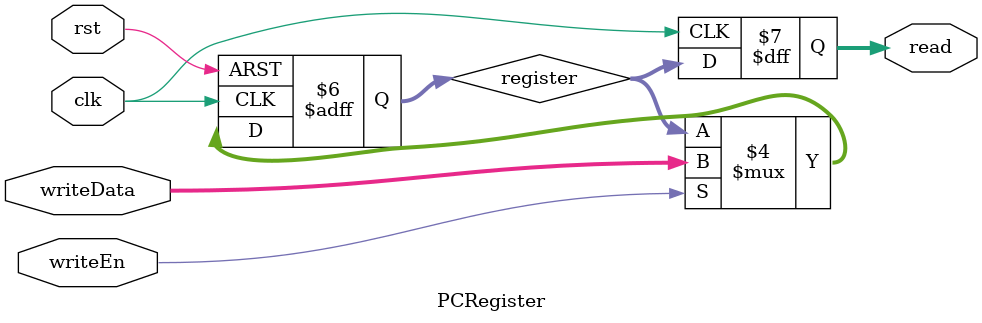
<source format=sv>
module PCRegister #(parameter BITS = 64) (clk, rst, writeData, writeEn, read);
    input wire [BITS-1:0] writeData;
    input wire rst;
    input wire writeEn, clk;
    output reg [BITS-1:0] read;
    
    reg [BITS-1:0] register;
    
    always @(posedge clk) begin
        read <= register;
    end

    always @(negedge clk, posedge rst) begin
        if (rst) begin
            register <= 0;
        end else if (writeEn) begin
            register <= writeData;
        end
    end

    initial
        read = 0;


endmodule
</source>
